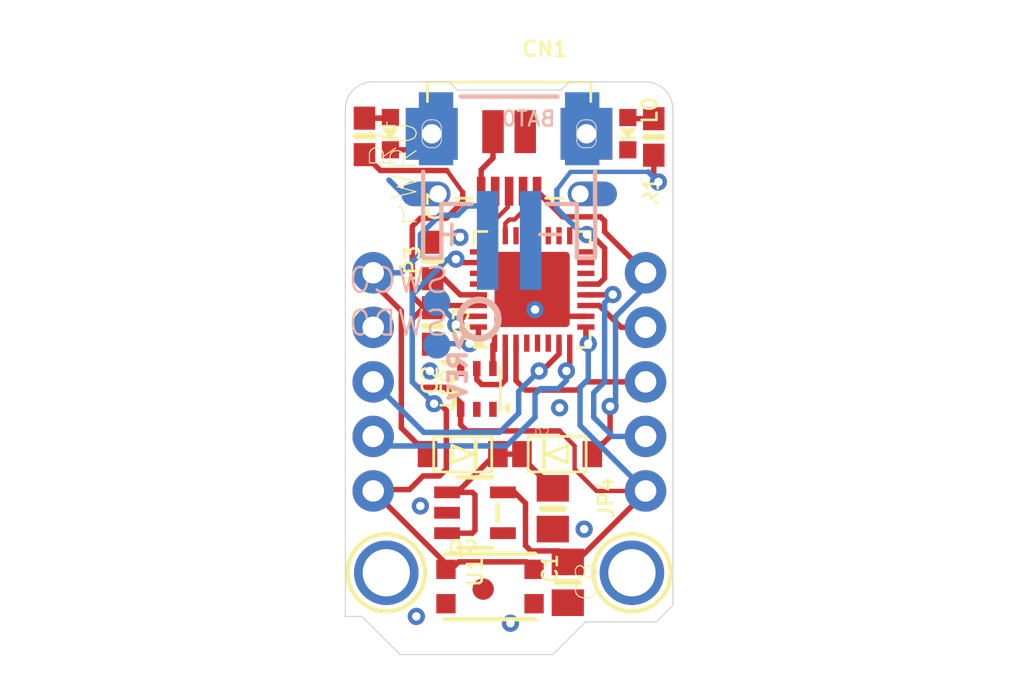
<source format=kicad_pcb>
(kicad_pcb (version 20211014) (generator pcbnew)
  (layers (0 "F.Cu" signal) (1 "In1.Cu" signal) (2 "In2.Cu" signal) (3 "In3.Cu" signal) (4 "In4.Cu" signal) (5 "In5.Cu" signal) (6 "In6.Cu" signal) (7 "In7.Cu" signal) (8 "In8.Cu" signal) (9 "In9.Cu" signal) (10 "In10.Cu" signal) (11 "In11.Cu" signal) (12 "In12.Cu" signal) (13 "In13.Cu" signal) (14 "In14.Cu" signal) (31 "B.Cu" signal) (34 "B.Paste" user) (35 "F.Paste" user) (36 "B.SilkS" user "B.Silkscreen") (37 "F.SilkS" user "F.Silkscreen") (38 "B.Mask" user) (39 "F.Mask" user) (44 "Edge.Cuts" user))
  (net 0 "")
  (net 1 "GND")
  (net 2 "D+")
  (net 3 "D-")
  (net 4 "VBUS")
  (net 5 "N$6")
  (net 6 "VBAT")
  (net 7 "VOUT")
  (net 8 "~{RESET}")
  (net 9 "3.3V")
  (net 10 "N$3")
  (net 11 "N$4")
  (net 12 "D1_A0_PA02")
  (net 13 "N$1")
  (net 14 "VDDCORE")
  (net 15 "A3")
  (net 16 "N$2")
  (net 17 "D0_A4_PA08_SDA")
  (net 18 "N$8")
  (net 19 "D4_A2_PA06_TXD_MOSI")
  (net 20 "D3_A3_PA07_RXD_SCK")
  (net 21 "D2_A1_PA09_SCL_MISO")
  (footprint "boardEagle:0603-NO" (layer "F.Cu") (at 144.9451 99.9871 90)
    (fp_text reference "C3" (at 1.778 0.127 90) (layer "F.SilkS") (effects (font (size 0.692831 0.692831) (thickness 0.119969)) (justify left)))
    (fp_text value "1uF")
    (fp_line (start 0 -0.4) (end 0 0.4) (layer "F.SilkS") (width 0.3048))
    (pad "1" smd rect (at -0.85 0 90) (size 1.075 1) (layers "F.Cu" "F.Paste" "F.Mask") (net 14 "VDDCORE"))
    (pad "2" smd rect (at 0.85 0 90) (size 1.075 1) (layers "F.Cu" "F.Paste" "F.Mask") (net 1 "GND"))
  )
  (footprint "boardEagle:SOT23-5" (layer "F.Cu") (at 146.9136 111.7346 -90)
    (fp_text reference "U1" (at 1.978 0 90) (layer "F.SilkS") (effects (font (size 0.692831 0.692831) (thickness 0.119969)) (justify right)))
    (fp_text value "AP2112K-3.3")
    (fp_line (start -0.4 -1.05) (end 0.4 -1.05) (layer "F.SilkS") (width 0.2032))
    (fp_line (start -1.65 -0.8) (end -1.65 0.8) (layer "F.SilkS") (width 0.2032))
    (fp_line (start 1.65 -0.8) (end 1.65 0.8) (layer "F.SilkS") (width 0.2032))
    (pad "1" smd rect (at -0.95 1.3001 270) (size 0.55 1.2) (layers "F.Cu" "F.Paste" "F.Mask") (net 7 "VOUT"))
    (pad "2" smd rect (at 0 1.3001 270) (size 0.55 1.2) (layers "F.Cu" "F.Paste" "F.Mask") (net 1 "GND"))
    (pad "3" smd rect (at 0.95 1.3001 270) (size 0.55 1.2) (layers "F.Cu" "F.Paste" "F.Mask") (net 7 "VOUT"))
    (pad "4" smd rect (at 0.95 -1.3001 270) (size 0.55 1.2) (layers "F.Cu" "F.Paste" "F.Mask"))
    (pad "5" smd rect (at -0.95 -1.3001 270) (size 0.55 1.2) (layers "F.Cu" "F.Paste" "F.Mask") (net 9 "3.3V"))
  )
  (footprint "boardEagle:APA102_2020" (layer "F.Cu") (at 146.997419 105.9688 90)
    (fp_text reference "LED1" (at -1 -1.3 90) (layer "F.SilkS") (effects (font (size 0.692831 0.692831) (thickness 0.119969)) (justify left)))
    (fp_text value "AP102-2020")
    (fp_line (start 1 1.1) (end -1 1.1) (layer "F.SilkS") (width 0.127))
    (fp_line (start -0.7 1.5) (end -0.9 1.3) (layer "F.SilkS") (width 0.127))
    (fp_line (start -0.8 1.5) (end -0.7 1.5) (layer "F.SilkS") (width 0.127))
    (fp_line (start -1.1 1.5) (end -1 1.5) (layer "F.SilkS") (width 0.127))
    (fp_line (start -1.1 1.5) (end -0.8 1.5) (layer "F.SilkS") (width 0.127))
    (fp_line (start -1 1.5) (end -0.9 1.4) (layer "F.SilkS") (width 0.127))
    (fp_line (start 1 -1.1) (end -1 -1.1) (layer "F.SilkS") (width 0.127))
    (fp_line (start -0.9 1.3) (end -1.1 1.5) (layer "F.SilkS") (width 0.127))
    (pad "1" smd rect (at -0.95 0.75 270) (size 0.7 0.35) (layers "F.Cu" "F.Paste" "F.Mask"))
    (pad "2" smd rect (at -0.95 0 270) (size 0.7 0.35) (layers "F.Cu" "F.Paste" "F.Mask"))
    (pad "3" smd rect (at -0.95 -0.75 270) (size 0.7 0.35) (layers "F.Cu" "F.Paste" "F.Mask") (net 9 "3.3V"))
    (pad "4" smd rect (at 0.95 -0.75 270) (size 0.7 0.35) (layers "F.Cu" "F.Paste" "F.Mask") (net 1 "GND"))
    (pad "5" smd rect (at 0.95 0 270) (size 0.7 0.35) (layers "F.Cu" "F.Paste" "F.Mask") (net 18 "N$8"))
    (pad "6" smd rect (at 0.95 0.75 270) (size 0.7 0.35) (layers "F.Cu" "F.Paste" "F.Mask") (net 15 "A3"))
  )
  (footprint "boardEagle:1X05_ROUND_76" (layer "F.Cu") (at 154.8511 105.6386 90)
    (fp_text reference "JP4" (at -6.4262 -1.8288 90) (layer "F.SilkS") (effects (font (size 0.692831 0.692831) (thickness 0.119969)) (justify left)))
    (fp_text value "")
    (pad "1" thru_hole circle (at -5.08 0 180) (size 1.9304 1.9304) (drill 1) (layers *.Cu *.Mask) (net 9 "3.3V"))
    (pad "2" thru_hole circle (at -2.54 0 180) (size 1.9304 1.9304) (drill 1) (layers *.Cu *.Mask) (net 21 "D2_A1_PA09_SCL_MISO"))
    (pad "3" thru_hole circle (at 0 0 180) (size 1.9304 1.9304) (drill 1) (layers *.Cu *.Mask) (net 12 "D1_A0_PA02"))
    (pad "4" thru_hole circle (at 2.54 0 180) (size 1.9304 1.9304) (drill 1) (layers *.Cu *.Mask) (net 17 "D0_A4_PA08_SDA"))
    (pad "5" thru_hole circle (at 5.08 0 180) (size 1.9304 1.9304) (drill 1) (layers *.Cu *.Mask) (net 4 "VBUS"))
  )
  (footprint "boardEagle:QFN32_5MM" (layer "F.Cu") (at 149.572981 101.335841 90)
    (fp_text reference "IC3" (at -2.54 -3.297999 90) (layer "F.SilkS") (effects (font (size 0.692831 0.692831) (thickness 0.119969)) (justify left)))
    (fp_text value "ATSAMD21E")
    (fp_line (start 2.7 2.7) (end 2.1 2.7) (layer "F.SilkS") (width 0.127))
    (fp_line (start 2.7 -2.7) (end 2.7 -2.1) (layer "F.SilkS") (width 0.127))
    (fp_line (start -2.7 -2.7) (end -2.7 -2.1) (layer "F.SilkS") (width 0.127))
    (fp_line (start -2.7 2.1) (end -2.7 2.7) (layer "F.SilkS") (width 0.127))
    (fp_line (start 2.1 -2.7) (end 2.7 -2.7) (layer "F.SilkS") (width 0.127))
    (fp_line (start -2.1 -2.7) (end -2.7 -2.7) (layer "F.SilkS") (width 0.127))
    (fp_line (start 2.7 2.1) (end 2.7 2.7) (layer "F.SilkS") (width 0.127))
    (fp_line (start -2.7 2.7) (end -2.1 2.7) (layer "F.SilkS") (width 0.127))
    (fp_poly (pts (xy -2.7 -2.2) (xy -2.2 -2.2) (xy -2.2 -2.7) (xy -2.7 -2.7)) (layer "F.SilkS") (width 0) (fill solid))
    (pad "1" smd rect (at -2.5 -1.75 180) (size 0.25 0.8) (layers "F.Cu" "F.Paste") (net 15 "A3"))
    (pad "2" smd rect (at -2.5 -1.25 180) (size 0.25 0.8) (layers "F.Cu" "F.Paste") (net 18 "N$8"))
    (pad "3" smd rect (at -2.5 -0.75 180) (size 0.25 0.8) (layers "F.Cu" "F.Paste") (net 12 "D1_A0_PA02"))
    (pad "4" smd rect (at -2.5 -0.25 180) (size 0.25 0.8) (layers "F.Cu" "F.Paste"))
    (pad "5" smd rect (at -2.5 0.25 180) (size 0.25 0.8) (layers "F.Cu" "F.Paste"))
    (pad "6" smd rect (at -2.5 0.75 180) (size 0.25 0.8) (layers "F.Cu" "F.Paste"))
    (pad "7" smd rect (at -2.5 1.25 180) (size 0.25 0.8) (layers "F.Cu" "F.Paste") (net 19 "D4_A2_PA06_TXD_MOSI"))
    (pad "8" smd rect (at -2.5 1.75 180) (size 0.25 0.8) (layers "F.Cu" "F.Paste") (net 20 "D3_A3_PA07_RXD_SCK"))
    (pad "9" smd rect (at -1.75 2.5 270) (size 0.25 0.8) (layers "F.Cu" "F.Paste") (net 9 "3.3V"))
    (pad "10" smd rect (at -1.25 2.5 270) (size 0.25 0.8) (layers "F.Cu" "F.Paste") (net 1 "GND"))
    (pad "11" smd rect (at -0.75 2.5 270) (size 0.25 0.8) (layers "F.Cu" "F.Paste") (net 17 "D0_A4_PA08_SDA"))
    (pad "12" smd rect (at -0.25 2.5 270) (size 0.25 0.8) (layers "F.Cu" "F.Paste") (net 21 "D2_A1_PA09_SCL_MISO"))
    (pad "13" smd rect (at 0.25 2.5 270) (size 0.25 0.8) (layers "F.Cu" "F.Paste") (net 16 "N$2"))
    (pad "14" smd rect (at 0.75 2.5 270) (size 0.25 0.8) (layers "F.Cu" "F.Paste"))
    (pad "15" smd rect (at 1.25 2.5 270) (size 0.25 0.8) (layers "F.Cu" "F.Paste"))
    (pad "16" smd rect (at 1.75 2.5 270) (size 0.25 0.8) (layers "F.Cu" "F.Paste"))
    (pad "17" smd rect (at 2.5 1.75) (size 0.25 0.8) (layers "F.Cu" "F.Paste"))
    (pad "18" smd rect (at 2.5 1.25) (size 0.25 0.8) (layers "F.Cu" "F.Paste"))
    (pad "19" smd rect (at 2.5 0.75) (size 0.25 0.8) (layers "F.Cu" "F.Paste"))
    (pad "20" smd rect (at 2.5 0.25) (size 0.25 0.8) (layers "F.Cu" "F.Paste"))
    (pad "21" smd rect (at 2.5 -0.25) (size 0.25 0.8) (layers "F.Cu" "F.Paste"))
    (pad "22" smd rect (at 2.5 -0.75) (size 0.25 0.8) (layers "F.Cu" "F.Paste"))
    (pad "23" smd rect (at 2.5 -1.25) (size 0.25 0.8) (layers "F.Cu" "F.Paste") (net 3 "D-"))
    (pad "24" smd rect (at 2.5 -1.75) (size 0.25 0.8) (layers "F.Cu" "F.Paste") (net 2 "D+"))
    (pad "25" smd rect (at 1.75 -2.5 90) (size 0.25 0.8) (layers "F.Cu" "F.Paste"))
    (pad "26" smd rect (at 1.25 -2.5 90) (size 0.25 0.8) (layers "F.Cu" "F.Paste") (net 8 "~{RESET}"))
    (pad "27" smd rect (at 0.75 -2.5 90) (size 0.25 0.8) (layers "F.Cu" "F.Paste"))
    (pad "28" smd rect (at 0.25 -2.5 90) (size 0.25 0.8) (layers "F.Cu" "F.Paste") (net 1 "GND"))
    (pad "29" smd rect (at -0.25 -2.5 90) (size 0.25 0.8) (layers "F.Cu" "F.Paste") (net 14 "VDDCORE"))
    (pad "30" smd rect (at -0.75 -2.5 90) (size 0.25 0.8) (layers "F.Cu" "F.Paste") (net 9 "3.3V"))
    (pad "31" smd rect (at -1.25 -2.5 90) (size 0.25 0.8) (layers "F.Cu" "F.Paste") (net 10 "N$3"))
    (pad "32" smd rect (at -1.75 -2.5 90) (size 0.25 0.8) (layers "F.Cu" "F.Paste") (net 11 "N$4"))
    (pad "33" smd roundrect (at 0 0 90) (size 3.5 3.5) (layers "F.Cu" "F.Mask") (roundrect_rratio 0.05) (net 1 "GND"))
  )
  (footprint "boardEagle:MOUNTINGHOLE_2.0_PLATED" (layer "F.Cu") (at 142.7861 114.5286)
    (fp_text reference "U$8" hide)
    (fp_text value "MOUNTINGHOLE2.0" hide)
    (fp_circle (center 0 0) (end 1.8 0) (layer "F.SilkS") (width 0.2032) (fill none))
    (pad "P$1" thru_hole circle (at 0 0) (size 3 3) (drill 2.2) (layers *.Cu *.Mask))
  )
  (footprint "boardEagle:CHIPLED_0603_NOOUTLINE" (layer "F.Cu") (at 142.9766 94.0816 180)
    (fp_text reference "PWR0" (at -0.635 0.635 90) (layer "F.SilkS") (effects (font (size 1.21668 1.21668) (thickness 0.05332)) (justify right)))
    (fp_text value "green")
    (fp_poly (pts (xy 0.412544 0.254) (xy -0.412544 0.254) (xy 0 -0.26168)) (layer "F.SilkS") (width 0) (fill solid))
    (fp_poly (pts (xy -0.381 -0.1397) (xy 0.381 -0.1397) (xy 0.381 -0.2667) (xy -0.381 -0.2667)) (layer "F.SilkS") (width 0) (fill solid))
    (pad "A" smd rect (at 0 0.75 180) (size 0.8 0.8) (layers "F.Cu" "F.Paste" "F.Mask") (net 5 "N$6"))
    (pad "C" smd rect (at 0 -0.75 180) (size 0.8 0.8) (layers "F.Cu" "F.Paste" "F.Mask") (net 1 "GND"))
  )
  (footprint "" (layer "F.Cu") (at 154.5971 98.1456)
    (fp_text reference "@HOLE1" hide)
    (fp_text value "" (at 0 0) (layer "F.SilkS") (effects (font (size 1.27 1.27))))
    (pad "" np_thru_hole circle (at 0 0) (size 2.2 2.2) (drill 2.2) (layers *.Cu *.Mask))
  )
  (footprint "" (layer "F.Cu") (at 142.4051 98.1456)
    (fp_text reference "@HOLE0" hide)
    (fp_text value "" (at 0 0) (layer "F.SilkS") (effects (font (size 1.27 1.27))))
    (pad "" np_thru_hole circle (at 0 0) (size 2.2 2.2) (drill 2.2) (layers *.Cu *.Mask))
  )
  (footprint "boardEagle:BTN_KMR2_4.6X2.8" (layer "F.Cu") (at 147.6121 115.168681)
    (fp_text reference "Q2" (at -2.032 -1.778) (layer "F.SilkS") (effects (font (size 0.692831 0.692831) (thickness 0.119969)) (justify left)))
    (fp_text value "reset")
    (fp_line (start 2.1 1.5254) (end -2.1 1.5254) (layer "F.SilkS") (width 0.2032))
    (fp_line (start -2.1 -1.5254) (end 2.1 -1.5254) (layer "F.SilkS") (width 0.2032))
    (pad "A" smd rect (at 2.05 -0.8) (size 0.9 0.9) (layers "F.Cu" "F.Paste" "F.Mask") (net 8 "~{RESET}"))
    (pad "A'" smd rect (at -2.05 -0.8) (size 0.9 0.9) (layers "F.Cu" "F.Paste" "F.Mask") (net 8 "~{RESET}"))
    (pad "B" smd rect (at 2.05 0.8) (size 0.9 0.9) (layers "F.Cu" "F.Paste" "F.Mask") (net 1 "GND"))
    (pad "B'" smd rect (at -2.05 0.8) (size 0.9 0.9) (layers "F.Cu" "F.Paste" "F.Mask") (net 1 "GND"))
  )
  (footprint "boardEagle:0603-NO" (layer "F.Cu") (at 144.9451 103.0351 -90)
    (fp_text reference "C2" (at 1.778 0.127 90) (layer "F.SilkS") (effects (font (size 0.692831 0.692831) (thickness 0.119969)) (justify right)))
    (fp_text value "1uF")
    (fp_line (start 0 -0.4) (end 0 0.4) (layer "F.SilkS") (width 0.3048))
    (pad "1" smd rect (at -0.85 0 270) (size 1.075 1) (layers "F.Cu" "F.Paste" "F.Mask") (net 9 "3.3V"))
    (pad "2" smd rect (at 0.85 0 270) (size 1.075 1) (layers "F.Cu" "F.Paste" "F.Mask") (net 1 "GND"))
  )
  (footprint "boardEagle:CHIPLED_0603_NOOUTLINE" (layer "F.Cu") (at 154.0256 94.0816 180)
    (fp_text reference "L0" (at -1.016 1.778 90) (layer "F.SilkS") (effects (font (size 0.692831 0.692831) (thickness 0.119969)) (justify right)))
    (fp_text value "red")
    (fp_poly (pts (xy -0.381 -0.1397) (xy 0.381 -0.1397) (xy 0.381 -0.2667) (xy -0.381 -0.2667)) (layer "F.SilkS") (width 0) (fill solid))
    (fp_poly (pts (xy 0.412544 0.254) (xy -0.412544 0.254) (xy 0 -0.26168)) (layer "F.SilkS") (width 0) (fill solid))
    (pad "A" smd rect (at 0 0.75 180) (size 0.8 0.8) (layers "F.Cu" "F.Paste" "F.Mask") (net 13 "N$1"))
    (pad "C" smd rect (at 0 -0.75 180) (size 0.8 0.8) (layers "F.Cu" "F.Paste" "F.Mask") (net 1 "GND"))
  )
  (footprint "boardEagle:FIDUCIAL_1MM" (layer "F.Cu") (at 147.2946 115.2906)
    (fp_text reference "U$6" hide)
    (fp_text value "FIDUCIAL_1MM" hide)
    (pad "1" smd roundrect (at 0 0) (size 1 1) (layers "F.Cu" "F.Mask") (roundrect_rratio 0.5))
  )
  (footprint "boardEagle:0805-NO" (layer "F.Cu") (at 150.5331 111.5441 -90)
    (fp_text reference "C1" (at 2.032 0.127 90) (layer "F.SilkS") (effects (font (size 0.692831 0.692831) (thickness 0.119969)) (justify right)))
    (fp_text value "10uF")
    (fp_line (start 0 -0.508) (end 0 0.508) (layer "F.SilkS") (width 0.3048))
    (pad "1" smd rect (at -0.95 0 270) (size 1.24 1.5) (layers "F.Cu" "F.Paste" "F.Mask") (net 7 "VOUT"))
    (pad "2" smd rect (at 0.95 0 270) (size 1.24 1.5) (layers "F.Cu" "F.Paste" "F.Mask") (net 1 "GND"))
  )
  (footprint "boardEagle:0603-NO" (layer "F.Cu") (at 141.7701 94.2086 -90)
    (fp_text reference "R4" (at -0.889 -0.889 90) (layer "F.SilkS") (effects (font (size 1.21668 1.21668) (thickness 0.05332)) (justify right)))
    (fp_text value "10K")
    (fp_line (start 0 -0.4) (end 0 0.4) (layer "F.SilkS") (width 0.3048))
    (pad "1" smd rect (at -0.85 0 270) (size 1.075 1) (layers "F.Cu" "F.Paste" "F.Mask") (net 5 "N$6"))
    (pad "2" smd rect (at 0.85 0 270) (size 1.075 1) (layers "F.Cu" "F.Paste" "F.Mask") (net 9 "3.3V"))
  )
  (footprint "boardEagle:1X05_ROUND_76" (layer "F.Cu") (at 142.1765 105.6386 -90)
    (fp_text reference "JP3" (at -6.4262 -1.8288 90) (layer "F.SilkS") (effects (font (size 0.692831 0.692831) (thickness 0.119969)) (justify right)))
    (fp_text value "")
    (pad "1" thru_hole circle (at -5.08 0) (size 1.9304 1.9304) (drill 1) (layers *.Cu *.Mask) (net 6 "VBAT"))
    (pad "2" thru_hole circle (at -2.54 0) (size 1.9304 1.9304) (drill 1) (layers *.Cu *.Mask) (net 1 "GND"))
    (pad "3" thru_hole circle (at 0 0) (size 1.9304 1.9304) (drill 1) (layers *.Cu *.Mask) (net 19 "D4_A2_PA06_TXD_MOSI"))
    (pad "4" thru_hole circle (at 2.54 0) (size 1.9304 1.9304) (drill 1) (layers *.Cu *.Mask) (net 20 "D3_A3_PA07_RXD_SCK"))
    (pad "5" thru_hole circle (at 5.08 0) (size 1.9304 1.9304) (drill 1) (layers *.Cu *.Mask) (net 8 "~{RESET}"))
  )
  (footprint "boardEagle:SOD-123FL" (layer "F.Cu") (at 146.3421 109.0041 180)
    (fp_text reference "D3" (at -1.1 -1) (layer "F.SilkS") (effects (font (size 0.376489 0.376489) (thickness 0.029911)) (justify right)))
    (fp_text value "SCHOTTKY")
    (fp_line (start -1.35 0.825) (end -1.35 -0.825) (layer "F.SilkS") (width 0.127))
    (fp_line (start -0.5 0) (end 0.5 -0.4) (layer "F.SilkS") (width 0.1524))
    (fp_line (start 0.5 -0.4) (end 0.5 0.4) (layer "F.SilkS") (width 0.1524))
    (fp_line (start 1.35 -0.825) (end 1.35 0.825) (layer "F.SilkS") (width 0.127))
    (fp_line (start 0.5 0.4) (end -0.5 0) (layer "F.SilkS") (width 0.1524))
    (fp_line (start 1.35 0.825) (end -1.35 0.825) (layer "F.SilkS") (width 0.127))
    (fp_line (start -1.35 -0.825) (end 1.35 -0.825) (layer "F.SilkS") (width 0.127))
    (fp_poly (pts (xy -0.7 0.7) (xy -0.5 0.7) (xy -0.5 -0.7) (xy -0.7 -0.7)) (layer "F.SilkS") (width 0) (fill solid))
    (pad "A" smd rect (at 1.6375 0 180) (size 0.91 1.22) (layers "F.Cu" "F.Paste" "F.Mask") (net 6 "VBAT"))
    (pad "C" smd rect (at -1.6375 0 180) (size 0.91 1.22) (layers "F.Cu" "F.Paste" "F.Mask") (net 7 "VOUT"))
  )
  (footprint "boardEagle:MOUNTINGHOLE_2.0_PLATED" (layer "F.Cu") (at 154.2161 114.5286)
    (fp_text reference "U$9" hide)
    (fp_text value "MOUNTINGHOLE2.0" hide)
    (fp_circle (center 0 0) (end 1.8 0) (layer "F.SilkS") (width 0.2032) (fill none))
    (pad "P$1" thru_hole circle (at 0 0) (size 3 3) (drill 2.2) (layers *.Cu *.Mask))
  )
  (footprint "boardEagle:TRINKET_M0_TOP" (layer "F.Cu") (at 140.8811 118.3386)
    (fp_text reference "U$20" hide)
    (fp_text value "" hide)
  )
  (footprint "boardEagle:0805-NO" (layer "F.Cu") (at 151.2316 114.9731 -90)
    (fp_text reference "C8" (at -1 -0.875 90) (layer "F.SilkS") (effects (font (size 0.96268 0.96268) (thickness 0.05332)) (justify right)))
    (fp_text value "10uF")
    (fp_line (start 0 -0.508) (end 0 0.508) (layer "F.SilkS") (width 0.3048))
    (pad "1" smd rect (at -0.95 0 270) (size 1.24 1.5) (layers "F.Cu" "F.Paste" "F.Mask") (net 9 "3.3V"))
    (pad "2" smd rect (at 0.95 0 270) (size 1.24 1.5) (layers "F.Cu" "F.Paste" "F.Mask") (net 1 "GND"))
  )
  (footprint "boardEagle:SOD-123FL" (layer "F.Cu") (at 150.7363 109.0041)
    (fp_text reference "D2" (at -1.1 -1) (layer "F.SilkS") (effects (font (size 0.376489 0.376489) (thickness 0.029911)) (justify left)))
    (fp_text value "SCHOTTKY")
    (fp_line (start -1.35 -0.825) (end 1.35 -0.825) (layer "F.SilkS") (width 0.127))
    (fp_line (start 0.5 -0.4) (end 0.5 0.4) (layer "F.SilkS") (width 0.1524))
    (fp_line (start -1.35 0.825) (end -1.35 -0.825) (layer "F.SilkS") (width 0.127))
    (fp_line (start -0.5 0) (end 0.5 -0.4) (layer "F.SilkS") (width 0.1524))
    (fp_line (start 1.35 0.825) (end -1.35 0.825) (layer "F.SilkS") (width 0.127))
    (fp_line (start 0.5 0.4) (end -0.5 0) (layer "F.SilkS") (width 0.1524))
    (fp_line (start 1.35 -0.825) (end 1.35 0.825) (layer "F.SilkS") (width 0.127))
    (fp_poly (pts (xy -0.7 0.7) (xy -0.5 0.7) (xy -0.5 -0.7) (xy -0.7 -0.7)) (layer "F.SilkS") (width 0) (fill solid))
    (pad "A" smd rect (at 1.6375 0) (size 0.91 1.22) (layers "F.Cu" "F.Paste" "F.Mask") (net 4 "VBUS"))
    (pad "C" smd rect (at -1.6375 0) (size 0.91 1.22) (layers "F.Cu" "F.Paste" "F.Mask") (net 7 "VOUT"))
  )
  (footprint "boardEagle:0603-NO" (layer "F.Cu") (at 155.2321 94.234 -90)
    (fp_text reference "R1" (at 1.778004 0.127 90) (layer "F.SilkS") (effects (font (size 0.692831 0.692831) (thickness 0.119969)) (justify right)))
    (fp_text value "1.5K")
    (fp_line (start 0 -0.4) (end 0 0.4) (layer "F.SilkS") (width 0.3048))
    (pad "1" smd rect (at -0.85 0 270) (size 1.075 1) (layers "F.Cu" "F.Paste" "F.Mask") (net 13 "N$1"))
    (pad "2" smd rect (at 0.85 0 270) (size 1.075 1) (layers "F.Cu" "F.Paste" "F.Mask") (net 16 "N$2"))
  )
  (footprint "boardEagle:4UCONN_20329_V2" (layer "F.Cu") (at 148.5011 95.9866 180)
    (fp_text reference "CN1" (at -2.778 5.852) (layer "F.SilkS") (effects (font (size 0.692831 0.692831) (thickness 0.119969)) (justify right)))
    (fp_text value "4U#20329")
    (fp_line (start 1.7 -1.1) (end 2.5 -1.1) (layer "F.SilkS") (width 0.127))
    (fp_line (start -2.5 -1.1) (end -1.7 -1.1) (layer "F.SilkS") (width 0.127))
    (fp_line (start -3.8 3.4) (end -3.8 4.3) (layer "F.SilkS") (width 0.127))
    (fp_line (start -3.8 4.3) (end 3.8 4.3) (layer "F.SilkS") (width 0.127))
    (fp_line (start 3.8 4.3) (end 3.8 3.4) (layer "F.SilkS") (width 0.127))
    (fp_line (start 3.15 2.2) (end 3.15 1.6) (layer "Edge.Cuts") (width 0.05))
    (fp_line (start -3.7 1.25) (end -3.5 1.25) (layer "Edge.Cuts") (width 0.05))
    (fp_line (start -4.05 2.15) (end -4.05 1.6) (layer "Edge.Cuts") (width 0.05))
    (fp_line (start 4.05 1.6) (end 4.05 2.2) (layer "Edge.Cuts") (width 0.05))
    (fp_line (start -3.15 1.6) (end -3.15 2.15) (layer "Edge.Cuts") (width 0.05))
    (fp_line (start -3.5 2.55) (end -3.7 2.55) (layer "Edge.Cuts") (width 0.05))
    (fp_arc (start -3.7 2.55) (mid -3.957843 2.422487) (end -4.05 2.15) (layer "Edge.Cuts") (width 0.05))
    (fp_arc (start -3.15 2.15) (mid -3.242157 2.422487) (end -3.5 2.55) (layer "Edge.Cuts") (width 0.05))
    (fp_arc (start -4.05 1.6) (mid -3.947487 1.352513) (end -3.7 1.25) (layer "Edge.Cuts") (width 0.05))
    (fp_arc (start 3.15 1.6) (mid 3.302513 1.331802) (end 3.6 1.25) (layer "Edge.Cuts") (width 0.05))
    (fp_arc (start 3.6 1.25) (mid 3.897487 1.331802) (end 4.05 1.6) (layer "Edge.Cuts") (width 0.05))
    (fp_arc (start 3.6 2.55) (mid 3.302513 2.468198) (end 3.15 2.2) (layer "Edge.Cuts") (width 0.05))
    (fp_arc (start -3.5 1.25) (mid -3.252513 1.352513) (end -3.15 1.6) (layer "Edge.Cuts") (width 0.05))
    (fp_arc (start 4.05 2.2) (mid 3.897487 2.468198) (end 3.6 2.55) (layer "Edge.Cuts") (width 0.05))
    (pad "" np_thru_hole circle (at 1.95 0 180) (size 0.7 0.7) (drill 0.7) (layers *.Cu *.Mask))
    (pad "" np_thru_hole circle (at -1.95 0 180) (size 0.7 0.7) (drill 0.7) (layers *.Cu *.Mask))
    (pad "BASE@1" smd rect (at -0.75 2 270) (size 2 1) (layers "F.Cu" "F.Paste" "F.Mask") (net 1 "GND"))
    (pad "BASE@2" smd rect (at 0.75 2 270) (size 2 1) (layers "F.Cu" "F.Paste" "F.Mask") (net 1 "GND"))
    (pad "D+" smd rect (at 0 -0.775 180) (size 0.4 1.35) (layers "F.Cu") (net 2 "D+"))
    (pad "D-" smd rect (at -0.65 -0.775 180) (size 0.4 1.35) (layers "F.Cu") (net 3 "D-"))
    (pad "GND" smd rect (at 1.3 -0.775 180) (size 0.4 1.35) (layers "F.Cu") (net 1 "GND"))
    (pad "ID" smd rect (at 0.65 -0.775 180) (size 0.4 1.35) (layers "F.Cu"))
    (pad "SPRT@1" thru_hole oval (at -3.3 -0.9) (size 2.286 1.143) (drill 0.8 (offset 0.5715 0)) (layers *.Cu *.Mask) (net 1 "GND"))
    (pad "SPRT@2" thru_hole oval (at 3.3 -0.9 180) (size 2.286 1.143) (drill 0.8 (offset 0.5715 0)) (layers *.Cu *.Mask) (net 1 "GND"))
    (pad "SPRT@3" thru_hole rect (at -3.6 1.9 270) (size 2.413 2.413) (drill 0.9) (layers *.Cu *.Mask) (net 1 "GND"))
    (pad "SPRT@4" thru_hole rect (at 3.6 1.9 270) (size 2.413 2.413) (drill 0.9) (layers *.Cu *.Mask) (net 1 "GND"))
    (pad "VBUS" smd rect (at -1.3 -0.775 180) (size 0.4 1.35) (layers "F.Cu") (net 4 "VBUS"))
  )
  (footprint "boardEagle:PCBFEAT-REV-040" (layer "B.Cu") (at 147.1041 102.7176 90)
    (fp_text reference "U$12" hide)
    (fp_text value "" hide)
    (fp_text user ">REV" (at -0.3556 -0.508 270) (layer "B.SilkS") (effects (font (size 0.8128 0.8128) (thickness 0.2032)) (justify left bottom mirror)))
    (fp_circle (center 0 0) (end 0.898 0) (layer "B.SilkS") (width 0.3048) (fill none))
  )
  (footprint "boardEagle:B1,27" (layer "B.Cu") (at 145.1356 101.9302 180)
    (fp_text reference "SWC0" (at -0.635 1.016) (layer "B.SilkS") (effects (font (size 1.1557 1.1557) (thickness 0.1143)) (justify left mirror)))
    (fp_text value "TPB1,27")
    (pad "TP" smd roundrect (at 0 0 180) (size 1.27 1.27) (layers "B.Cu" "B.Mask") (roundrect_rratio 0.5) (net 10 "N$3"))
  )
  (footprint "boardEagle:TRINKET_M0_BOTTOM" (layer "B.Cu") (at 156.1211 118.3386 180)
    (fp_text reference "U$1" hide)
    (fp_text value "" hide)
  )
  (footprint "boardEagle:B1,27" (layer "B.Cu") (at 145.1356 103.9241 180)
    (fp_text reference "SWD0" (at -0.635 1.016) (layer "B.SilkS") (effects (font (size 1.1557 1.1557) (thickness 0.1143)) (justify left mirror)))
    (fp_text value "TPB1,27")
    (pad "TP" smd roundrect (at 0 0 180) (size 1.27 1.27) (layers "B.Cu" "B.Mask") (roundrect_rratio 0.5) (net 11 "N$4"))
  )
  (footprint "boardEagle:JSTPH2" (layer "B.Cu") (at 148.5011 95.3516 180)
    (fp_text reference "BAT0" (at -2.2225 1.9685) (layer "B.SilkS") (effects (font (size 0.692831 0.692831) (thickness 0.119969)) (justify left mirror)))
    (fp_text value "JST-2PH")
    (fp_line (start -2.25 3) (end 2.25 3) (layer "B.SilkS") (width 0.2032))
    (fp_line (start -1.75 -2) (end -3.15 -2) (layer "B.SilkS") (width 0.2032))
    (fp_line (start 3.15 -4.5) (end 3.15 -2) (layer "B.SilkS") (width 0.2032))
    (fp_line (start 4 -0.5) (end 4 -4.5) (layer "B.SilkS") (width 0.2032))
    (fp_line (start -4 -4.5) (end -4 -0.5) (layer "B.SilkS") (width 0.2032))
    (fp_line (start 3.15 -2) (end 1.75 -2) (layer "B.SilkS") (width 0.2032))
    (fp_line (start -3.15 -2) (end -3.15 -4.5) (layer "B.SilkS") (width 0.2032))
    (fp_line (start -3.15 -4.5) (end -4 -4.5) (layer "B.SilkS") (width 0.2032))
    (fp_line (start 4 -4.5) (end 3.15 -4.5) (layer "B.SilkS") (width 0.2032))
    (pad "1" smd rect (at -1 -3.7 180) (size 1 4.6) (layers "B.Cu" "B.Paste" "B.Mask") (net 1 "GND"))
    (pad "2" smd rect (at 1 -3.7 180) (size 1 4.6) (layers "B.Cu" "B.Paste" "B.Mask") (net 6 "VBAT"))
    (pad "NC1" smd rect (at -3.4 1.5 90) (size 3.4 1.6) (layers "B.Cu" "B.Paste" "B.Mask"))
    (pad "NC2" smd rect (at 3.4 1.5 90) (size 3.4 1.6) (layers "B.Cu" "B.Paste" "B.Mask"))
  )
  (gr_line (start 145.7071 91.6686) (end 146.0881 92.0496) (layer "Edge.Cuts") (width 0.05))
  (gr_line (start 150.5331 118.3386) (end 143.4211 118.3386) (layer "Edge.Cuts") (width 0.05))
  (gr_line (start 146.0881 92.0496) (end 150.9141 92.0496) (layer "Edge.Cuts") (width 0.05))
  (gr_line (start 151.2951 91.6686) (end 154.8511 91.6686) (layer "Edge.Cuts") (width 0.05))
  (gr_line (start 141.6431 116.5606) (end 140.8811 116.5606) (layer "Edge.Cuts") (width 0.05))
  (gr_arc (start 140.8811 92.9386) (mid 141.253074 92.040574) (end 142.1511 91.6686) (layer "Edge.Cuts") (width 0.05))
  (gr_arc (start 154.8511 91.6686) (mid 155.749126 92.040574) (end 156.1211 92.9386) (layer "Edge.Cuts") (width 0.05))
  (gr_line (start 150.9141 92.0496) (end 151.2951 91.6686) (layer "Edge.Cuts") (width 0.05))
  (gr_line (start 142.1511 91.6686) (end 145.7071 91.6686) (layer "Edge.Cuts") (width 0.05))
  (gr_line (start 156.1211 116.0526) (end 155.3591 116.8146) (layer "Edge.Cuts") (width 0.05))
  (gr_line (start 152.0571 116.8146) (end 150.5331 118.3386) (layer "Edge.Cuts") (width 0.05))
  (gr_line (start 143.4211 118.3386) (end 141.6431 116.5606) (layer "Edge.Cuts") (width 0.05))
  (gr_line (start 156.1211 92.9386) (end 156.1211 116.0526) (layer "Edge.Cuts") (width 0.05))
  (gr_line (start 140.8811 116.5606) (end 140.8811 92.9386) (layer "Edge.Cuts") (width 0.05))
  (gr_line (start 155.3591 116.8146) (end 152.0571 116.8146) (layer "Edge.Cuts") (width 0.05))
  (gr_text "+" (at 146.7231 99.4156) (layer "B.SilkS") (effects (font (size 1.251712 1.251712) (thickness 0.170688)) (justify left bottom mirror)))
  (gr_text "-" (at 151.2951 99.4156) (layer "B.SilkS") (effects (font (size 1.251712 1.251712) (thickness 0.170688)) (justify left bottom mirror)))
  (segment (start 149.7076 102.458841) (end 149.7076 102.2731) (width 0.254) (layer "F.Cu") (net 1))
  (segment (start 147.7511 95.2126) (end 147.7511 93.9866) (width 0.254) (layer "F.Cu") (net 1))
  (segment (start 147.072982 101.085841) (end 149.322981 101.085841) (width 0.254) (layer "F.Cu") (net 1))
  (segment (start 149.322981 101.085841) (end 149.418652 101.104871) (width 0.254) (layer "F.Cu") (net 1))
  (segment (start 149.572981 101.335841) (end 149.572981 102.138482) (width 0.254) (layer "F.Cu") (net 1))
  (segment (start 149.799199 102.494241) (end 149.7076 102.2731) (width 0.254) (layer "F.Cu") (net 1))
  (segment (start 149.572981 102.138482) (end 149.7076 102.2731) (width 0.254) (layer "F.Cu") (net 1))
  (segment (start 144.1561 94.8316) (end 144.9011 94.0866) (width 0.254) (layer "F.Cu") (net 1))
  (segment (start 149.499758 101.159064) (end 149.572981 101.335841) (width 0.254) (layer "F.Cu") (net 1))
  (segment (start 147.2011 95.7626) (end 147.7511 95.2126) (width 0.254) (layer "F.Cu") (net 1))
  (segment (start 150.020339 102.585841) (end 149.900659 102.562035) (width 0.254) (layer "F.Cu") (net 1))
  (segment (start 150.02034 102.585841) (end 150.020339 102.585841) (width 0.254) (layer "F.Cu") (net 1))
  (segment (start 152.072981 102.585841) (end 150.02034 102.585841) (width 0.254) (layer "F.Cu") (net 1))
  (segment (start 149.322981 101.085841) (end 149.322981 101.085841) (width 0.254) (layer "F.Cu") (net 1))
  (segment (start 149.418652 101.104871) (end 149.499758 101.159064) (width 0.254) (layer "F.Cu") (net 1))
  (segment (start 149.900659 102.562035) (end 149.799199 102.494241) (width 0.254) (layer "F.Cu") (net 1))
  (segment (start 147.2011 96.7616) (end 147.2011 95.7626) (width 0.254) (layer "F.Cu") (net 1))
  (segment (start 142.9766 94.8316) (end 144.1561 94.8316) (width 0.254) (layer "F.Cu") (net 1))
  (via (at 148.5646 116.8781) (size 0.8001) (drill 0.3937) (layers "F.Cu" "B.Cu") (net 1))
  (via (at 144.3736 111.4171) (size 0.8001) (drill 0.3937) (layers "F.Cu" "B.Cu") (net 1))
  (via (at 146.2151 98.9076) (size 0.8001) (drill 0.3937) (layers "F.Cu" "B.Cu") (net 1))
  (via (at 150.8506 106.8451) (size 0.8001) (drill 0.3937) (layers "F.Cu" "B.Cu") (net 1))
  (via (at 144.8181 105.1306) (size 0.8001) (drill 0.3937) (layers "F.Cu" "B.Cu") (net 1))
  (via (at 144.1831 116.5606) (size 0.8001) (drill 0.3937) (layers "F.Cu" "B.Cu") (net 1))
  (via (at 151.9936 112.4966) (size 0.8001) (drill 0.3937) (layers "F.Cu" "B.Cu") (net 1))
  (via (at 149.7076 102.2731) (size 0.8001) (drill 0.3937) (layers "F.Cu" "B.Cu") (net 1))
  (segment (start 145.2011 96.8866) (end 143.5591 96.8866) (width 0.254) (layer "B.Cu") (net 1))
  (segment (start 143.5591 96.8866) (end 142.9131 96.2406) (width 0.254) (layer "B.Cu") (net 1))
  (segment (start 148.4376 97.5106) (end 148.4376 96.8251) (width 0.2032) (layer "F.Cu") (net 2))
  (segment (start 147.822982 98.125219) (end 148.4376 97.5106) (width 0.2032) (layer "F.Cu") (net 2))
  (segment (start 148.4376 96.8251) (end 148.5011 96.7616) (width 0.254) (layer "F.Cu") (net 2))
  (segment (start 147.822982 98.835841) (end 147.822982 98.125219) (width 0.2032) (layer "F.Cu") (net 2))
  (segment (start 148.7551 98.0821) (end 148.5011 98.0821) (width 0.2032) (layer "F.Cu") (net 3))
  (segment (start 149.1511 97.6861) (end 148.7551 98.0821) (width 0.2032) (layer "F.Cu") (net 3))
  (segment (start 149.1511 96.7616) (end 149.1511 97.6861) (width 0.2032) (layer "F.Cu") (net 3))
  (segment (start 148.322982 98.260219) (end 148.5011 98.0821) (width 0.2032) (layer "F.Cu") (net 3))
  (segment (start 148.322982 98.835841) (end 148.322982 98.260219) (width 0.2032) (layer "F.Cu") (net 3))
  (segment (start 153.2001 108.1778) (end 153.2001 106.7816) (width 0.254) (layer "F.Cu") (net 4))
  (segment (start 152.3738 109.0041) (end 153.2001 108.1778) (width 0.254) (layer "F.Cu") (net 4))
  (segment (start 150.9946 97.9551) (end 152.7556 97.9551) (width 0.254) (layer "F.Cu") (net 4))
  (segment (start 152.9461 98.1456) (end 152.9461 98.6536) (width 0.254) (layer "F.Cu") (net 4))
  (segment (start 152.9461 98.6536) (end 154.8511 100.5586) (width 0.254) (layer "F.Cu") (net 4))
  (segment (start 152.7556 97.9551) (end 152.9461 98.1456) (width 0.254) (layer "F.Cu") (net 4))
  (segment (start 149.8011 96.7616) (end 150.9946 97.9551) (width 0.254) (layer "F.Cu") (net 4))
  (via (at 153.2001 106.7816) (size 0.8001) (drill 0.3937) (layers "F.Cu" "B.Cu") (net 4))
  (segment (start 153.4541 102.5906) (end 153.4541 106.5276) (width 0.254) (layer "B.Cu") (net 4))
  (segment (start 154.8511 100.5586) (end 154.8511 101.1936) (width 0.254) (layer "B.Cu") (net 4))
  (segment (start 153.4541 106.5276) (end 153.2001 106.7816) (width 0.254) (layer "B.Cu") (net 4))
  (segment (start 154.8511 101.1936) (end 153.4541 102.5906) (width 0.254) (layer "B.Cu") (net 4))
  (segment (start 141.7701 93.3586) (end 142.9766 93.3586) (width 0.254) (layer "F.Cu") (net 5))
  (segment (start 142.9766 93.3586) (end 142.9766 93.3316) (width 0.254) (layer "F.Cu") (net 5))
  (segment (start 143.4846 107.7841) (end 143.4846 102.3366) (width 0.254) (layer "F.Cu") (net 6))
  (segment (start 143.4846 102.3366) (end 142.1765 101.0285) (width 0.254) (layer "F.Cu") (net 6))
  (segment (start 142.1765 101.0285) (end 142.1765 100.5586) (width 0.254) (layer "F.Cu") (net 6))
  (segment (start 143.4846 107.7841) (end 144.7046 109.0041) (width 0.254) (layer "F.Cu") (net 6))
  (segment (start 143.4846 100.5586) (end 144.3736 99.6696) (width 0.254) (layer "B.Cu") (net 6))
  (segment (start 145.2753 97.8789) (end 146.1008 97.8789) (width 0.254) (layer "B.Cu") (net 6))
  (segment (start 144.3736 98.7806) (end 145.2753 97.8789) (width 0.254) (layer "B.Cu") (net 6))
  (segment (start 142.1765 100.5586) (end 143.4846 100.5586) (width 0.254) (layer "B.Cu") (net 6))
  (segment (start 147.5011 97.4631) (end 147.5011 99.0516) (width 0.254) (layer "B.Cu") (net 6))
  (segment (start 146.5326 97.4471) (end 147.4851 97.4471) (width 0.254) (layer "B.Cu") (net 6))
  (segment (start 146.1008 97.8789) (end 146.5326 97.4471) (width 0.254) (layer "B.Cu") (net 6))
  (segment (start 144.3736 99.6696) (end 144.3736 98.7806) (width 0.254) (layer "B.Cu") (net 6))
  (segment (start 147.4851 97.4471) (end 147.5011 97.4631) (width 0.254) (layer "B.Cu") (net 6))
  (segment (start 145.6135 112.6846) (end 146.7891 112.6846) (width 0.254) (layer "F.Cu") (net 7))
  (segment (start 147.9796 109.0041) (end 149.0988 109.0041) (width 0.254) (layer "F.Cu") (net 7))
  (segment (start 147.9796 108.8906) (end 146.0856 110.7846) (width 0.254) (layer "F.Cu") (net 7))
  (segment (start 146.9136 112.5601) (end 146.9136 110.9091) (width 0.254) (layer "F.Cu") (net 7))
  (segment (start 146.7866 110.7821) (end 145.616 110.7821) (width 0.254) (layer "F.Cu") (net 7))
  (segment (start 146.7891 112.6846) (end 146.9136 112.5601) (width 0.254) (layer "F.Cu") (net 7))
  (segment (start 146.9136 110.9091) (end 146.7866 110.7821) (width 0.254) (layer "F.Cu") (net 7))
  (segment (start 145.616 110.7821) (end 145.6135 110.7846) (width 0.254) (layer "F.Cu") (net 7))
  (segment (start 150.5331 110.5941) (end 149.0988 109.1598) (width 0.254) (layer "F.Cu") (net 7))
  (segment (start 147.9796 109.0041) (end 147.9796 108.8906) (width 0.254) (layer "F.Cu") (net 7))
  (segment (start 149.0988 109.0041) (end 149.0988 109.0963) (width 0.254) (layer "F.Cu") (net 7))
  (segment (start 146.0856 110.7846) (end 145.6135 110.7846) (width 0.254) (layer "F.Cu") (net 7))
  (segment (start 149.0988 109.1598) (end 149.0988 109.0041) (width 0.254) (layer "F.Cu") (net 7))
  (segment (start 149.6621 114.368681) (end 149.314018 114.0206) (width 0.254) (layer "F.Cu") (net 8))
  (segment (start 145.5801 106.9721) (end 145.2626 106.6546) (width 0.254) (layer "F.Cu") (net 8))
  (segment (start 145.2626 106.6546) (end 145.0086 106.6546) (width 0.254) (layer "F.Cu") (net 8))
  (segment (start 145.5801 106.9721) (end 145.5801 109.7026) (width 0.254) (layer "F.Cu") (net 8))
  (segment (start 144.5006 110.0201) (end 143.8656 110.6551) (width 0.254) (layer "F.Cu") (net 8))
  (segment (start 145.2626 110.0201) (end 144.5006 110.0201) (width 0.254) (layer "F.Cu") (net 8))
  (segment (start 146.026209 99.993099) (end 146.0246 99.9236) (width 0.254) (layer "F.Cu") (net 8))
  (segment (start 146.06235 100.052483) (end 146.026209 99.993099) (width 0.254) (layer "F.Cu") (net 8))
  (segment (start 143.8656 110.6551) (end 142.24 110.6551) (width 0.254) (layer "F.Cu") (net 8))
  (segment (start 149.314018 114.0206) (end 146.1516 114.0206) (width 0.254) (layer "F.Cu") (net 8))
  (segment (start 145.5621 114.1042) (end 145.5621 114.368681) (width 0.254) (layer "F.Cu") (net 8))
  (segment (start 147.072982 100.085841) (end 146.123341 100.085841) (width 0.254) (layer "F.Cu") (net 8))
  (segment (start 142.24 110.6551) (end 142.1765 110.7186) (width 0.254) (layer "F.Cu") (net 8))
  (segment (start 145.803519 114.368681) (end 145.5621 114.368681) (width 0.254) (layer "F.Cu") (net 8))
  (segment (start 146.123341 100.085841) (end 146.06235 100.052483) (width 0.254) (layer "F.Cu") (net 8))
  (segment (start 142.1765 110.7186) (end 145.5621 114.1042) (width 0.254) (layer "F.Cu") (net 8))
  (segment (start 146.1516 114.0206) (end 145.803519 114.368681) (width 0.254) (layer "F.Cu") (net 8))
  (segment (start 146.123341 100.085841) (end 146.123341 100.085841) (width 0.254) (layer "F.Cu") (net 8))
  (segment (start 145.5801 109.7026) (end 145.2626 110.0201) (width 0.254) (layer "F.Cu") (net 8))
  (via (at 146.0246 99.9236) (size 0.8001) (drill 0.3937) (layers "F.Cu" "B.Cu") (net 8))
  (via (at 145.0086 106.6546) (size 0.8001) (drill 0.3937) (layers "F.Cu" "B.Cu") (net 8))
  (segment (start 145.6436 99.9236) (end 143.9926 101.5746) (width 0.254) (layer "B.Cu") (net 8))
  (segment (start 143.9926 105.6386) (end 145.0086 106.6546) (width 0.254) (layer "B.Cu") (net 8))
  (segment (start 146.0246 99.9236) (end 145.6436 99.9236) (width 0.254) (layer "B.Cu") (net 8))
  (segment (start 143.9926 101.5746) (end 143.9926 105.6386) (width 0.254) (layer "B.Cu") (net 8))
  (segment (start 150.8506 107.9246) (end 151.5491 108.6231) (width 0.2032) (layer "F.Cu") (net 9))
  (segment (start 144.4371 102.0826) (end 144.8426 102.0826) (width 0.254) (layer "F.Cu") (net 9))
  (segment (start 150.8506 107.9246) (end 146.5326 107.9246) (width 0.254) (layer "F.Cu") (net 9))
  (segment (start 152.072981 103.749482) (end 152.1841 103.8606) (width 0.254) (layer "F.Cu") (net 9))
  (segment (start 144.2466 105.8926) (end 145.5166 105.8926) (width 0.254) (layer "F.Cu") (net 9))
  (segment (start 143.9926 102.7176) (end 143.9926 105.6386) (width 0.254) (layer "F.Cu") (net 9))
  (segment (start 147.072982 102.085841) (end 145.04436 102.085841) (width 0.254) (layer "F.Cu") (net 9))
  (segment (start 146.3421 96.8121) (end 146.3421 97.2566) (width 0.254) (layer "F.Cu") (net 9))
  (segment (start 146.247419 106.686918) (end 146.247419 106.9188) (width 0.254) (layer "F.Cu") (net 9))
  (segment (start 151.6101 114.0231) (end 154.8511 110.7821) (width 0.254) (layer "F.Cu") (net 9))
  (segment (start 144.3736 98.0186) (end 143.9926 98.3996) (width 0.254) (layer "F.Cu") (net 9))
  (segment (start 143.9926 98.3996) (end 143.9926 101.6381) (width 0.254) (layer "F.Cu") (net 9))
  (segment (start 145.6055 95.7961) (end 146.3421 96.8121) (width 0.2032) (layer "F.Cu") (net 9))
  (segment (start 145.5801 98.0186) (end 144.3736 98.0186) (width 0.254) (layer "F.Cu") (net 9))
  (segment (start 141.7701 95.0586) (end 142.5076 95.7961) (width 0.254) (layer "F.Cu") (net 9))
  (segment (start 149.2631 111.2901) (end 148.7576 110.7846) (width 0.254) (layer "F.Cu") (net 9))
  (segment (start 142.5076 95.7961) (end 145.6055 95.7961) (width 0.254) (layer "F.Cu") (net 9))
  (segment (start 151.5491 109.7026) (end 152.5651 110.7186) (width 0.2032) (layer "F.Cu") (net 9))
  (segment (start 151.6101 114.0231) (end 151.2316 114.0231) (width 0.254) (layer "F.Cu") (net 9))
  (segment (start 145.04436 102.085841) (end 144.9451 102.1851) (width 0.254) (layer "F.Cu") (net 9))
  (segment (start 146.3421 97.2566) (end 145.5801 98.0186) (width 0.254) (layer "F.Cu") (net 9))
  (segment (start 145.5166 105.8926) (end 146.247419 106.623418) (width 0.254) (layer "F.Cu") (net 9))
  (segment (start 152.072981 103.085841) (end 152.072981 103.749482) (width 0.254) (layer "F.Cu") (net 9))
  (segment (start 146.5326 107.9246) (end 146.247419 107.639418) (width 0.254) (layer "F.Cu") (net 9))
  (segment (start 146.247419 106.623418) (end 146.247419 106.9188) (width 0.254) (layer "F.Cu") (net 9))
  (segment (start 149.5171 113.5126) (end 150.7871 113.5126) (width 0.254) (layer "F.Cu") (net 9))
  (segment (start 149.2631 113.2586) (end 149.5171 113.5126) (width 0.254) (layer "F.Cu") (net 9))
  (segment (start 152.5651 110.7186) (end 154.8511 110.7186) (width 0.2032) (layer "F.Cu") (net 9))
  (segment (start 151.5491 108.6231) (end 151.5491 109.7026) (width 0.2032) (layer "F.Cu") (net 9))
  (segment (start 154.8511 110.7821) (end 154.8511 110.7186) (width 0.254) (layer "F.Cu") (net 9))
  (segment (start 146.247419 107.639418) (end 146.247419 106.9188) (width 0.254) (layer "F.Cu") (net 9))
  (segment (start 143.9926 105.6386) (end 144.2466 105.8926) (width 0.254) (layer "F.Cu") (net 9))
  (segment (start 144.5251 102.1851) (end 143.9926 102.7176) (width 0.254) (layer "F.Cu") (net 9))
  (segment (start 150.7871 113.5126) (end 151.2316 113.9571) (width 0.254) (layer "F.Cu") (net 9))
  (segment (start 148.7576 110.7846) (end 148.2137 110.7846) (width 0.254) (layer "F.Cu") (net 9))
  (segment (start 143.9926 101.6381) (end 144.4371 102.0826) (width 0.254) (layer "F.Cu") (net 9))
  (segment (start 144.9451 102.1851) (end 144.5251 102.1851) (width 0.254) (layer "F.Cu") (net 9))
  (segment (start 149.2631 111.2901) (end 149.2631 113.2586) (width 0.254) (layer "F.Cu") (net 9))
  (segment (start 144.8426 102.0826) (end 144.9451 102.1851) (width 0.254) (layer "F.Cu") (net 9))
  (segment (start 151.2316 113.9571) (end 151.2316 114.0231) (width 0.254) (layer "F.Cu") (net 9))
  (via (at 152.1841 103.8606) (size 0.8001) (drill 0.3937) (layers "F.Cu" "B.Cu") (net 9))
  (segment (start 152.1841 105.5116) (end 151.8031 105.8926) (width 0.254) (layer "B.Cu") (net 9))
  (segment (start 151.8031 105.8926) (end 151.8031 107.6706) (width 0.254) (layer "B.Cu") (net 9))
  (segment (start 152.1841 103.8606) (end 152.1841 105.5116) (width 0.254) (layer "B.Cu") (net 9))
  (segment (start 151.8031 107.6706) (end 154.8511 110.7186) (width 0.254) (layer "B.Cu") (net 9))
  (segment (start 146.41036 102.585841) (end 146.0246 102.9716) (width 0.254) (layer "F.Cu") (net 10))
  (segment (start 147.072982 102.585841) (end 146.41036 102.585841) (width 0.254) (layer "F.Cu") (net 10))
  (via (at 146.0246 102.9716) (size 0.8001) (drill 0.3937) (layers "F.Cu" "B.Cu") (net 10))
  (segment (start 146.0246 102.8446) (end 146.0246 102.8827) (width 0.254) (layer "B.Cu") (net 10))
  (segment (start 145.1356 101.9302) (end 145.1356 101.9556) (width 0.254) (layer "B.Cu") (net 10))
  (segment (start 145.1356 101.9556) (end 146.0246 102.8446) (width 0.254) (layer "B.Cu") (net 10))
  (segment (start 146.0246 102.8827) (end 146.0246 102.9716) (width 0.254) (layer "B.Cu") (net 10))
  (segment (start 147.072982 103.085841) (end 147.072982 103.447219) (width 0.254) (layer "F.Cu") (net 11))
  (segment (start 147.072982 103.447219) (end 146.6596 103.8606) (width 0.254) (layer "F.Cu") (net 11))
  (via (at 146.6596 103.8606) (size 0.8001) (drill 0.3937) (layers "F.Cu" "B.Cu") (net 11))
  (segment (start 145.1356 103.9241) (end 145.1991 103.8606) (width 0.254) (layer "B.Cu") (net 11))
  (segment (start 145.1991 103.8606) (end 146.6596 103.8606) (width 0.254) (layer "B.Cu") (net 11))
  (segment (start 148.822981 105.579481) (end 149.2631 106.0196) (width 0.254) (layer "F.Cu") (net 12))
  (segment (start 152.0571 105.6386) (end 154.8511 105.6386) (width 0.254) (layer "F.Cu") (net 12))
  (segment (start 149.2631 106.0196) (end 151.6761 106.0196) (width 0.254) (layer "F.Cu") (net 12))
  (segment (start 148.822981 103.835841) (end 148.822981 105.579481) (width 0.254) (layer "F.Cu") (net 12))
  (segment (start 151.6761 106.0196) (end 152.0571 105.6386) (width 0.254) (layer "F.Cu") (net 12))
  (segment (start 154.0256 93.3316) (end 154.078 93.384) (width 0.254) (layer "F.Cu") (net 13))
  (segment (start 154.078 93.384) (end 155.2321 93.384) (width 0.254) (layer "F.Cu") (net 13))
  (segment (start 147.072982 101.585841) (end 146.226341 101.585841) (width 0.254) (layer "F.Cu") (net 14))
  (segment (start 145.4776 100.8371) (end 144.9451 100.8371) (width 0.254) (layer "F.Cu") (net 14))
  (segment (start 146.226341 101.585841) (end 145.4776 100.8371) (width 0.254) (layer "F.Cu") (net 14))
  (segment (start 147.747419 103.911404) (end 147.747419 105.0188) (width 0.254) (layer "F.Cu") (net 15))
  (segment (start 147.822982 103.835841) (end 147.747419 103.911404) (width 0.254) (layer "F.Cu") (net 15))
  (segment (start 152.9461 100.8126) (end 152.672859 101.085841) (width 0.254) (layer "F.Cu") (net 16))
  (segment (start 155.2321 95.084) (end 155.2321 96.1136) (width 0.254) (layer "F.Cu") (net 16))
  (segment (start 152.9461 99.4156) (end 152.9461 100.8126) (width 0.254) (layer "F.Cu") (net 16))
  (segment (start 152.672859 101.085841) (end 152.072981 101.085841) (width 0.254) (layer "F.Cu") (net 16))
  (segment (start 152.3111 98.7806) (end 152.9461 99.4156) (width 0.254) (layer "F.Cu") (net 16))
  (segment (start 155.2321 96.1136) (end 155.448 96.3295) (width 0.254) (layer "F.Cu") (net 16))
  (segment (start 152.3111 98.7806) (end 152.1206 98.7806) (width 0.254) (layer "F.Cu") (net 16))
  (via (at 155.448 96.3295) (size 0.8001) (drill 0.3937) (layers "F.Cu" "B.Cu") (net 16))
  (via (at 152.1206 98.7806) (size 0.8001) (drill 0.3937) (layers "F.Cu" "B.Cu") (net 16))
  (segment (start 150.7236 97.5741) (end 151.9301 98.7806) (width 0.254) (layer "B.Cu") (net 16))
  (segment (start 154.9781 95.8596) (end 155.448 96.3295) (width 0.254) (layer "B.Cu") (net 16))
  (segment (start 151.3586 95.8596) (end 150.7236 96.6978) (width 0.2032) (layer "B.Cu") (net 16))
  (segment (start 151.9301 98.7806) (end 152.1206 98.7806) (width 0.254) (layer "B.Cu") (net 16))
  (segment (start 151.3586 95.8596) (end 154.9781 95.8596) (width 0.2032) (layer "B.Cu") (net 16))
  (segment (start 150.7236 96.6978) (end 150.7236 97.5741) (width 0.254) (layer "B.Cu") (net 16))
  (segment (start 153.7081 103.0986) (end 154.8511 103.0986) (width 0.254) (layer "F.Cu") (net 17))
  (segment (start 152.69534 102.085841) (end 153.7081 103.0986) (width 0.254) (layer "F.Cu") (net 17))
  (segment (start 152.072981 102.085841) (end 152.69534 102.085841) (width 0.254) (layer "F.Cu") (net 17))
  (segment (start 148.322982 105.562718) (end 148.1201 105.7656) (width 0.254) (layer "F.Cu") (net 18))
  (segment (start 146.997419 105.0188) (end 146.997419 105.531918) (width 0.254) (layer "F.Cu") (net 18))
  (segment (start 148.322982 103.835841) (end 148.322982 105.562718) (width 0.254) (layer "F.Cu") (net 18))
  (segment (start 148.1201 105.7656) (end 147.2311 105.7656) (width 0.254) (layer "F.Cu") (net 18))
  (segment (start 146.997419 105.531918) (end 147.2311 105.7656) (width 0.254) (layer "F.Cu") (net 18))
  (segment (start 150.822981 104.340982) (end 150.033362 105.1306) (width 0.254) (layer "F.Cu") (net 19))
  (segment (start 150.822981 104.340982) (end 150.822981 103.835841) (width 0.254) (layer "F.Cu") (net 19))
  (segment (start 150.033362 105.1306) (end 149.8981 105.1306) (width 0.254) (layer "F.Cu") (net 19))
  (via (at 149.8981 105.1306) (size 0.8001) (drill 0.3937) (layers "F.Cu" "B.Cu") (net 19))
  (segment (start 149.8981 105.1306) (end 148.9456 106.0831) (width 0.254) (layer "B.Cu") (net 19))
  (segment (start 148.9456 107.0991) (end 148.0566 107.9881) (width 0.254) (layer "B.Cu") (net 19))
  (segment (start 142.1765 105.6386) (end 144.526 107.9881) (width 0.254) (layer "B.Cu") (net 19))
  (segment (start 148.9456 106.0831) (end 148.9456 107.0991) (width 0.254) (layer "B.Cu") (net 19))
  (segment (start 144.526 107.9881) (end 148.0566 107.9881) (width 0.254) (layer "B.Cu") (net 19))
  (segment (start 151.322981 104.975718) (end 151.1681 105.1306) (width 0.254) (layer "F.Cu") (net 20))
  (segment (start 151.322981 104.975718) (end 151.322981 103.835841) (width 0.254) (layer "F.Cu") (net 20))
  (via (at 151.1681 105.1306) (size 0.8001) (drill 0.3937) (layers "F.Cu" "B.Cu") (net 20))
  (segment (start 149.7076 106.2101) (end 149.9616 105.9561) (width 0.254) (layer "B.Cu") (net 20))
  (segment (start 149.9616 105.9561) (end 150.7871 105.9561) (width 0.254) (layer "B.Cu") (net 20))
  (segment (start 142.621 108.6231) (end 142.1765 108.1786) (width 0.254) (layer "B.Cu") (net 20))
  (segment (start 149.7076 106.2101) (end 149.7076 107.2896) (width 0.254) (layer "B.Cu") (net 20))
  (segment (start 142.621 108.6231) (end 148.3741 108.6231) (width 0.254) (layer "B.Cu") (net 20))
  (segment (start 150.7871 105.9561) (end 151.1681 105.5751) (width 0.254) (layer "B.Cu") (net 20))
  (segment (start 149.7076 107.2896) (end 148.3741 108.6231) (width 0.254) (layer "B.Cu") (net 20))
  (segment (start 151.1681 105.5751) (end 151.1681 105.1306) (width 0.254) (layer "B.Cu") (net 20))
  (segment (start 153.33834 101.585841) (end 153.3271 101.5746) (width 0.254) (layer "F.Cu") (net 21))
  (segment (start 153.315859 101.585841) (end 153.3271 101.5746) (width 0.254) (layer "F.Cu") (net 21))
  (segment (start 152.072981 101.585841) (end 153.315859 101.585841) (width 0.254) (layer "F.Cu") (net 21))
  (via (at 153.3271 101.5746) (size 0.8001) (drill 0.3937) (layers "F.Cu" "B.Cu") (net 21))
  (segment (start 152.4381 106.1466) (end 152.9461 105.6386) (width 0.254) (layer "B.Cu") (net 21))
  (segment (start 152.4381 107.2896) (end 152.4381 106.1466) (width 0.254) (layer "B.Cu") (net 21))
  (segment (start 153.3271 108.1786) (end 152.4381 107.2896) (width 0.254) (layer "B.Cu") (net 21))
  (segment (start 152.9461 105.6386) (end 152.9461 101.9556) (width 0.254) (layer "B.Cu") (net 21))
  (segment (start 152.9461 101.9556) (end 153.3271 101.5746) (width 0.254) (layer "B.Cu") (net 21))
  (segment (start 153.3271 108.1786) (end 154.8511 108.1786) (width 0.254) (layer "B.Cu") (net 21))
)
</source>
